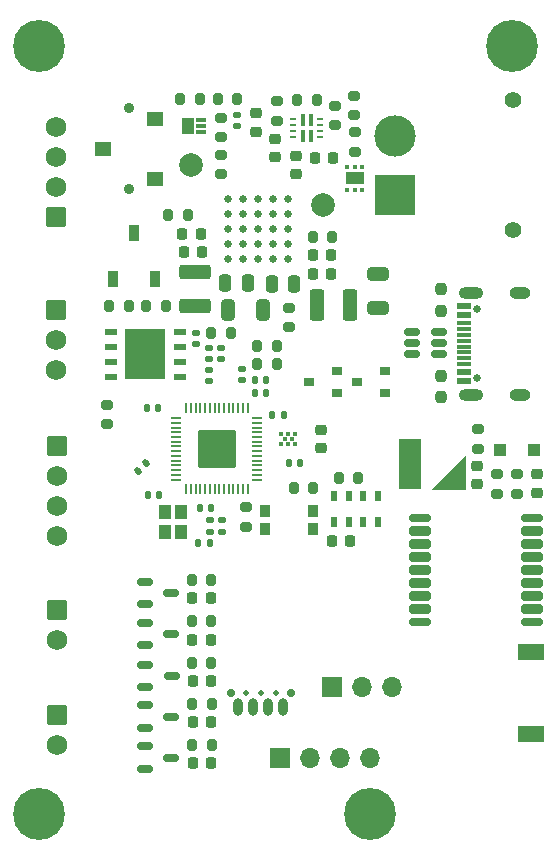
<source format=gts>
%TF.GenerationSoftware,KiCad,Pcbnew,7.0.5-0*%
%TF.CreationDate,2024-02-07T21:38:44-05:00*%
%TF.ProjectId,GHOUL-2024-0,47484f55-4c2d-4323-9032-342d302e6b69,rev?*%
%TF.SameCoordinates,Original*%
%TF.FileFunction,Soldermask,Top*%
%TF.FilePolarity,Negative*%
%FSLAX46Y46*%
G04 Gerber Fmt 4.6, Leading zero omitted, Abs format (unit mm)*
G04 Created by KiCad (PCBNEW 7.0.5-0) date 2024-02-07 21:38:44*
%MOMM*%
%LPD*%
G01*
G04 APERTURE LIST*
G04 Aperture macros list*
%AMRoundRect*
0 Rectangle with rounded corners*
0 $1 Rounding radius*
0 $2 $3 $4 $5 $6 $7 $8 $9 X,Y pos of 4 corners*
0 Add a 4 corners polygon primitive as box body*
4,1,4,$2,$3,$4,$5,$6,$7,$8,$9,$2,$3,0*
0 Add four circle primitives for the rounded corners*
1,1,$1+$1,$2,$3*
1,1,$1+$1,$4,$5*
1,1,$1+$1,$6,$7*
1,1,$1+$1,$8,$9*
0 Add four rect primitives between the rounded corners*
20,1,$1+$1,$2,$3,$4,$5,0*
20,1,$1+$1,$4,$5,$6,$7,0*
20,1,$1+$1,$6,$7,$8,$9,0*
20,1,$1+$1,$8,$9,$2,$3,0*%
G04 Aperture macros list end*
%ADD10C,0.000100*%
%ADD11RoundRect,0.200000X0.275000X-0.200000X0.275000X0.200000X-0.275000X0.200000X-0.275000X-0.200000X0*%
%ADD12R,0.399999X1.050000*%
%ADD13R,0.599999X0.200000*%
%ADD14RoundRect,0.225000X0.225000X0.250000X-0.225000X0.250000X-0.225000X-0.250000X0.225000X-0.250000X0*%
%ADD15RoundRect,0.200000X-0.275000X0.200000X-0.275000X-0.200000X0.275000X-0.200000X0.275000X0.200000X0*%
%ADD16RoundRect,0.200000X0.200000X0.275000X-0.200000X0.275000X-0.200000X-0.275000X0.200000X-0.275000X0*%
%ADD17RoundRect,0.140000X-0.140000X-0.170000X0.140000X-0.170000X0.140000X0.170000X-0.140000X0.170000X0*%
%ADD18RoundRect,0.218750X-0.218750X-0.256250X0.218750X-0.256250X0.218750X0.256250X-0.218750X0.256250X0*%
%ADD19C,4.400000*%
%ADD20C,0.650000*%
%ADD21R,1.150000X0.600000*%
%ADD22R,1.150000X0.300000*%
%ADD23O,2.100000X1.000000*%
%ADD24O,1.800000X1.000000*%
%ADD25RoundRect,0.250000X0.250000X0.475000X-0.250000X0.475000X-0.250000X-0.475000X0.250000X-0.475000X0*%
%ADD26RoundRect,0.140000X0.140000X0.170000X-0.140000X0.170000X-0.140000X-0.170000X0.140000X-0.170000X0*%
%ADD27RoundRect,0.225000X-0.225000X-0.250000X0.225000X-0.250000X0.225000X0.250000X-0.225000X0.250000X0*%
%ADD28RoundRect,0.225000X-0.250000X0.225000X-0.250000X-0.225000X0.250000X-0.225000X0.250000X0.225000X0*%
%ADD29RoundRect,0.200000X-0.200000X-0.275000X0.200000X-0.275000X0.200000X0.275000X-0.200000X0.275000X0*%
%ADD30RoundRect,0.250000X0.375000X1.075000X-0.375000X1.075000X-0.375000X-1.075000X0.375000X-1.075000X0*%
%ADD31R,0.900000X0.800000*%
%ADD32RoundRect,0.250000X0.650000X-0.325000X0.650000X0.325000X-0.650000X0.325000X-0.650000X-0.325000X0*%
%ADD33RoundRect,0.140000X-0.021213X0.219203X-0.219203X0.021213X0.021213X-0.219203X0.219203X-0.021213X0*%
%ADD34RoundRect,0.250000X1.075000X-0.375000X1.075000X0.375000X-1.075000X0.375000X-1.075000X-0.375000X0*%
%ADD35RoundRect,0.140000X0.170000X-0.140000X0.170000X0.140000X-0.170000X0.140000X-0.170000X-0.140000X0*%
%ADD36RoundRect,0.150000X-0.512500X-0.150000X0.512500X-0.150000X0.512500X0.150000X-0.512500X0.150000X0*%
%ADD37R,2.259800X1.362800*%
%ADD38R,1.100000X0.500000*%
%ADD39R,3.400000X4.300000*%
%ADD40R,1.700000X1.700000*%
%ADD41O,1.700000X1.700000*%
%ADD42RoundRect,0.250000X-0.325000X-0.650000X0.325000X-0.650000X0.325000X0.650000X-0.325000X0.650000X0*%
%ADD43RoundRect,0.250000X-0.250000X-0.475000X0.250000X-0.475000X0.250000X0.475000X-0.250000X0.475000X0*%
%ADD44C,0.660400*%
%ADD45RoundRect,0.250000X-0.620000X0.620000X-0.620000X-0.620000X0.620000X-0.620000X0.620000X0.620000X0*%
%ADD46C,1.740000*%
%ADD47R,0.900000X1.000000*%
%ADD48R,0.550000X0.950000*%
%ADD49RoundRect,0.140000X-0.170000X0.140000X-0.170000X-0.140000X0.170000X-0.140000X0.170000X0.140000X0*%
%ADD50C,2.000000*%
%ADD51C,1.400000*%
%ADD52R,3.500000X3.500000*%
%ADD53C,3.500000*%
%ADD54C,0.404000*%
%ADD55RoundRect,0.050000X-0.387500X-0.050000X0.387500X-0.050000X0.387500X0.050000X-0.387500X0.050000X0*%
%ADD56RoundRect,0.050000X-0.050000X-0.387500X0.050000X-0.387500X0.050000X0.387500X-0.050000X0.387500X0*%
%ADD57RoundRect,0.144000X-1.456000X-1.456000X1.456000X-1.456000X1.456000X1.456000X-1.456000X1.456000X0*%
%ADD58RoundRect,0.237500X0.237500X-0.250000X0.237500X0.250000X-0.237500X0.250000X-0.237500X-0.250000X0*%
%ADD59RoundRect,0.102000X-0.850000X2.050000X-0.850000X-2.050000X0.850000X-2.050000X0.850000X2.050000X0*%
%ADD60RoundRect,0.250000X-0.300000X-0.300000X0.300000X-0.300000X0.300000X0.300000X-0.300000X0.300000X0*%
%ADD61C,0.700000*%
%ADD62C,0.500000*%
%ADD63O,0.800000X1.500000*%
%ADD64R,1.000000X1.150000*%
%ADD65R,0.811200X1.406398*%
%ADD66R,0.804800X0.300000*%
%ADD67R,1.050000X1.400000*%
%ADD68C,0.889000*%
%ADD69R,1.397000X1.193800*%
%ADD70RoundRect,0.175000X-0.725000X-0.175000X0.725000X-0.175000X0.725000X0.175000X-0.725000X0.175000X0*%
%ADD71RoundRect,0.200000X-0.700000X-0.200000X0.700000X-0.200000X0.700000X0.200000X-0.700000X0.200000X0*%
%ADD72R,0.299999X0.449999*%
%ADD73R,1.599999X1.000000*%
%ADD74RoundRect,0.250000X0.620000X-0.620000X0.620000X0.620000X-0.620000X0.620000X-0.620000X-0.620000X0*%
G04 APERTURE END LIST*
%TO.C,BT2*%
D10*
X172700000Y-122010000D02*
X169900000Y-122010000D01*
X172700000Y-119210000D01*
X172700000Y-122010000D01*
G36*
X172700000Y-122010000D02*
G01*
X169900000Y-122010000D01*
X172700000Y-119210000D01*
X172700000Y-122010000D01*
G37*
%TD*%
D11*
%TO.C,R26*%
X151980000Y-95355000D03*
X151980000Y-93705000D03*
%TD*%
%TO.C,R2*%
X154130000Y-125195000D03*
X154130000Y-123545000D03*
%TD*%
D12*
%TO.C,U4*%
X158925002Y-92115000D03*
X159625001Y-92115000D03*
D13*
X160400000Y-92190001D03*
X160400000Y-91690000D03*
X160400000Y-91190000D03*
X160400000Y-90689999D03*
D12*
X159625001Y-90765000D03*
X158925002Y-90765000D03*
D13*
X158100002Y-90689999D03*
X158100002Y-91190000D03*
X158100002Y-91690000D03*
X158100002Y-92190001D03*
%TD*%
D14*
%TO.C,C29*%
X162945000Y-126380000D03*
X161395000Y-126380000D03*
%TD*%
D15*
%TO.C,R25*%
X177080000Y-120745000D03*
X177080000Y-122395000D03*
%TD*%
D16*
%TO.C,R22*%
X149215000Y-98820000D03*
X147565000Y-98820000D03*
%TD*%
D17*
%TO.C,C13*%
X157750000Y-119770000D03*
X158710000Y-119770000D03*
%TD*%
D18*
%TO.C,D6*%
X149590000Y-134760000D03*
X151165000Y-134760000D03*
%TD*%
D19*
%TO.C,H4*%
X176630000Y-84470000D03*
%TD*%
D11*
%TO.C,R10*%
X163320000Y-90345000D03*
X163320000Y-88695000D03*
%TD*%
D20*
%TO.C,J1*%
X173675000Y-112570000D03*
X173675000Y-106790000D03*
D21*
X172600000Y-112880000D03*
X172600000Y-112080000D03*
D22*
X172600000Y-110930000D03*
X172600000Y-109930000D03*
X172600000Y-109430000D03*
X172600000Y-108430000D03*
D21*
X172600000Y-107280000D03*
X172600000Y-106480000D03*
X172600000Y-106480000D03*
X172600000Y-107280000D03*
D22*
X172600000Y-107930000D03*
X172600000Y-108930000D03*
X172600000Y-110430000D03*
X172600000Y-111430000D03*
D21*
X172600000Y-112080000D03*
X172600000Y-112880000D03*
D23*
X173175000Y-114000000D03*
D24*
X177355000Y-114000000D03*
D23*
X173175000Y-105360000D03*
D24*
X177355000Y-105360000D03*
%TD*%
D25*
%TO.C,C25*%
X158210000Y-104610000D03*
X156310000Y-104610000D03*
%TD*%
D18*
%TO.C,D1*%
X149590000Y-131250000D03*
X151165000Y-131250000D03*
%TD*%
D26*
%TO.C,C8*%
X146710000Y-115120000D03*
X145750000Y-115120000D03*
%TD*%
D19*
%TO.C,H3*%
X164630000Y-149470000D03*
%TD*%
D27*
%TO.C,C28*%
X159795000Y-103830000D03*
X161345000Y-103830000D03*
%TD*%
D28*
%TO.C,C37*%
X173730000Y-120035000D03*
X173730000Y-121585000D03*
%TD*%
D29*
%TO.C,R18*%
X158185000Y-121870000D03*
X159835000Y-121870000D03*
%TD*%
D28*
%TO.C,C23*%
X160460000Y-116965000D03*
X160460000Y-118515000D03*
%TD*%
D15*
%TO.C,R24*%
X175420000Y-120745000D03*
X175420000Y-122395000D03*
%TD*%
D29*
%TO.C,R30*%
X149582500Y-140210000D03*
X151232500Y-140210000D03*
%TD*%
D28*
%TO.C,C35*%
X178770000Y-120765000D03*
X178770000Y-122315000D03*
%TD*%
D30*
%TO.C,L2*%
X162910000Y-106440000D03*
X160110000Y-106440000D03*
%TD*%
D31*
%TO.C,Q6*%
X161830000Y-113870000D03*
X161830000Y-111970000D03*
X159430000Y-112920000D03*
%TD*%
D18*
%TO.C,D5*%
X149630000Y-141760000D03*
X151205000Y-141760000D03*
%TD*%
D29*
%TO.C,R29*%
X149572500Y-143690000D03*
X151222500Y-143690000D03*
%TD*%
D17*
%TO.C,C12*%
X154900000Y-113870000D03*
X155860000Y-113870000D03*
%TD*%
%TO.C,C3*%
X150100000Y-126570000D03*
X151060000Y-126570000D03*
%TD*%
D32*
%TO.C,C27*%
X165340000Y-106705000D03*
X165340000Y-103755000D03*
%TD*%
D33*
%TO.C,C7*%
X145630000Y-119770000D03*
X144951178Y-120448822D03*
%TD*%
D19*
%TO.C,H2*%
X136630000Y-149470000D03*
%TD*%
D14*
%TO.C,C32*%
X150305000Y-100370000D03*
X148755000Y-100370000D03*
%TD*%
D34*
%TO.C,L1*%
X149810000Y-106460000D03*
X149810000Y-103660000D03*
%TD*%
D35*
%TO.C,C4*%
X151010000Y-112880000D03*
X151010000Y-111920000D03*
%TD*%
D11*
%TO.C,R21*%
X157800000Y-108295000D03*
X157800000Y-106645000D03*
%TD*%
D14*
%TO.C,C10*%
X161505001Y-93934999D03*
X159955001Y-93934999D03*
%TD*%
D11*
%TO.C,R9*%
X163330001Y-93439999D03*
X163330001Y-91789999D03*
%TD*%
D36*
%TO.C,Q1*%
X145550000Y-129830000D03*
X145550000Y-131730000D03*
X147825000Y-130780000D03*
%TD*%
D17*
%TO.C,C15*%
X156360000Y-115700000D03*
X157320000Y-115700000D03*
%TD*%
D37*
%TO.C,AE1*%
X178230000Y-135827299D03*
X178230000Y-142752701D03*
%TD*%
D36*
%TO.C,U3*%
X168182500Y-108660000D03*
X168182500Y-109610000D03*
X168182500Y-110560000D03*
X170457500Y-110560000D03*
X170457500Y-109610000D03*
X170457500Y-108660000D03*
%TD*%
D29*
%TO.C,R23*%
X159765000Y-100680000D03*
X161415000Y-100680000D03*
%TD*%
D38*
%TO.C,U5*%
X142720000Y-108695000D03*
X142720000Y-109965000D03*
X142720000Y-111235000D03*
X142720000Y-112505000D03*
X148520000Y-112505000D03*
X148520000Y-111235000D03*
X148520000Y-109965000D03*
X148520000Y-108695000D03*
D39*
X145620000Y-110600000D03*
%TD*%
D40*
%TO.C,J10*%
X156980000Y-144770000D03*
D41*
X159520000Y-144770000D03*
X162060000Y-144770000D03*
X164600000Y-144770000D03*
%TD*%
D42*
%TO.C,C24*%
X152595000Y-106830000D03*
X155545000Y-106830000D03*
%TD*%
D16*
%TO.C,R16*%
X150215699Y-89000000D03*
X148565699Y-89000000D03*
%TD*%
D43*
%TO.C,C26*%
X152395000Y-104540000D03*
X154295000Y-104540000D03*
%TD*%
D44*
%TO.C,U10*%
X152600000Y-102560000D03*
X152600000Y-101290000D03*
X152600000Y-100020000D03*
X152600000Y-98750000D03*
X152600000Y-97480000D03*
X153870000Y-102560000D03*
X153870000Y-101290000D03*
X153870000Y-100020000D03*
X153870000Y-98750000D03*
X153870000Y-97480000D03*
X155140000Y-102560000D03*
X155140000Y-101290000D03*
X155140000Y-100020000D03*
X155140000Y-98750000D03*
X155140000Y-97480000D03*
X156410000Y-102560000D03*
X156410000Y-101290000D03*
X156410000Y-100020000D03*
X156410000Y-98750000D03*
X156410000Y-97480000D03*
X157680000Y-102560000D03*
X157680000Y-101290000D03*
X157680000Y-100020000D03*
X157680000Y-98750000D03*
X157680000Y-97480000D03*
%TD*%
D18*
%TO.C,D3*%
X149607500Y-138280000D03*
X151182500Y-138280000D03*
%TD*%
D29*
%TO.C,R31*%
X149552500Y-133190000D03*
X151202500Y-133190000D03*
%TD*%
D16*
%TO.C,R14*%
X144225000Y-106480000D03*
X142575000Y-106480000D03*
%TD*%
D15*
%TO.C,R7*%
X161710000Y-89535000D03*
X161710000Y-91185000D03*
%TD*%
D45*
%TO.C,J7*%
X138130000Y-132230000D03*
D46*
X138130000Y-134770000D03*
%TD*%
D47*
%TO.C,B1*%
X155720000Y-123820000D03*
X159820000Y-123820000D03*
X155720000Y-125420000D03*
X159820000Y-125420000D03*
%TD*%
D45*
%TO.C,J8*%
X138130000Y-141130000D03*
D46*
X138130000Y-143670000D03*
%TD*%
D35*
%TO.C,C14*%
X152040000Y-110980000D03*
X152040000Y-110020000D03*
%TD*%
D16*
%TO.C,R8*%
X160125000Y-89070000D03*
X158475000Y-89070000D03*
%TD*%
D17*
%TO.C,C6*%
X154880000Y-112790000D03*
X155840000Y-112790000D03*
%TD*%
D48*
%TO.C,U9*%
X161575000Y-124775000D03*
X162825000Y-124775000D03*
X164075000Y-124775000D03*
X165325000Y-124775000D03*
X165325000Y-122625000D03*
X164075000Y-122625000D03*
X162825000Y-122625000D03*
X161575000Y-122625000D03*
%TD*%
D26*
%TO.C,C2*%
X146760000Y-122460000D03*
X145800000Y-122460000D03*
%TD*%
D16*
%TO.C,R5*%
X156745000Y-109870000D03*
X155095000Y-109870000D03*
%TD*%
D49*
%TO.C,C19*%
X153370699Y-90310000D03*
X153370699Y-91270000D03*
%TD*%
D29*
%TO.C,R20*%
X151205000Y-108780000D03*
X152855000Y-108780000D03*
%TD*%
D45*
%TO.C,J6*%
X138040000Y-106810000D03*
D46*
X138040000Y-109350000D03*
X138040000Y-111890000D03*
%TD*%
D50*
%TO.C,TP1*%
X149440000Y-94540000D03*
%TD*%
D28*
%TO.C,C9*%
X158340000Y-93805000D03*
X158340000Y-95355000D03*
%TD*%
D17*
%TO.C,R1*%
X150250000Y-123620000D03*
X151210000Y-123620000D03*
%TD*%
D36*
%TO.C,Q4*%
X145550000Y-140320000D03*
X145550000Y-142220000D03*
X147825000Y-141270000D03*
%TD*%
D29*
%TO.C,R27*%
X149550000Y-136720000D03*
X151200000Y-136720000D03*
%TD*%
D49*
%TO.C,C18*%
X151080000Y-124640000D03*
X151080000Y-125600000D03*
%TD*%
D51*
%TO.C,BT1*%
X176765000Y-89090000D03*
X176765000Y-100090000D03*
D52*
X166765000Y-97090000D03*
D53*
X166765000Y-92090000D03*
%TD*%
D54*
%TO.C,U8*%
X157121268Y-118170000D03*
X157121268Y-117370000D03*
X157421268Y-117770000D03*
X157721268Y-118170000D03*
X157721268Y-117370000D03*
X158021268Y-117770000D03*
X158321268Y-118170000D03*
X158321268Y-117370000D03*
%TD*%
D16*
%TO.C,R12*%
X147325000Y-106460000D03*
X145675000Y-106460000D03*
%TD*%
D36*
%TO.C,Q5*%
X145550000Y-133320000D03*
X145550000Y-135220000D03*
X147825000Y-134270000D03*
%TD*%
%TO.C,Q3*%
X145550000Y-143780000D03*
X145550000Y-145680000D03*
X147825000Y-144730000D03*
%TD*%
D11*
%TO.C,R32*%
X142330000Y-116495000D03*
X142330000Y-114845000D03*
%TD*%
D16*
%TO.C,R6*%
X156745000Y-111420000D03*
X155095000Y-111420000D03*
%TD*%
D55*
%TO.C,U1*%
X148232500Y-115990000D03*
X148232500Y-116390000D03*
X148232500Y-116790000D03*
X148232500Y-117190000D03*
X148232500Y-117590000D03*
X148232500Y-117990000D03*
X148232500Y-118390000D03*
X148232500Y-118790000D03*
X148232500Y-119190000D03*
X148232500Y-119590000D03*
X148232500Y-119990000D03*
X148232500Y-120390000D03*
X148232500Y-120790000D03*
X148232500Y-121190000D03*
D56*
X149070000Y-122027500D03*
X149470000Y-122027500D03*
X149870000Y-122027500D03*
X150270000Y-122027500D03*
X150670000Y-122027500D03*
X151070000Y-122027500D03*
X151470000Y-122027500D03*
X151870000Y-122027500D03*
X152270000Y-122027500D03*
X152670000Y-122027500D03*
X153070000Y-122027500D03*
X153470000Y-122027500D03*
X153870000Y-122027500D03*
X154270000Y-122027500D03*
D55*
X155107500Y-121190000D03*
X155107500Y-120790000D03*
X155107500Y-120390000D03*
X155107500Y-119990000D03*
X155107500Y-119590000D03*
X155107500Y-119190000D03*
X155107500Y-118790000D03*
X155107500Y-118390000D03*
X155107500Y-117990000D03*
X155107500Y-117590000D03*
X155107500Y-117190000D03*
X155107500Y-116790000D03*
X155107500Y-116390000D03*
X155107500Y-115990000D03*
D56*
X154270000Y-115152500D03*
X153870000Y-115152500D03*
X153470000Y-115152500D03*
X153070000Y-115152500D03*
X152670000Y-115152500D03*
X152270000Y-115152500D03*
X151870000Y-115152500D03*
X151470000Y-115152500D03*
X151070000Y-115152500D03*
X150670000Y-115152500D03*
X150270000Y-115152500D03*
X149870000Y-115152500D03*
X149470000Y-115152500D03*
X149070000Y-115152500D03*
D57*
X151670000Y-118590000D03*
%TD*%
D58*
%TO.C,R3*%
X170620000Y-114242500D03*
X170620000Y-112417500D03*
%TD*%
D59*
%TO.C,BT2*%
X168050000Y-119860000D03*
%TD*%
D15*
%TO.C,R28*%
X173780000Y-116950000D03*
X173780000Y-118600000D03*
%TD*%
D60*
%TO.C,D2*%
X175680000Y-118730000D03*
X178480000Y-118730000D03*
%TD*%
D19*
%TO.C,H1*%
X136630000Y-84470000D03*
%TD*%
D36*
%TO.C,Q2*%
X145560000Y-136870000D03*
X145560000Y-138770000D03*
X147835000Y-137820000D03*
%TD*%
D11*
%TO.C,R13*%
X156750000Y-90825000D03*
X156750000Y-89175000D03*
%TD*%
D50*
%TO.C,TP2*%
X160690000Y-97950000D03*
%TD*%
D35*
%TO.C,C5*%
X153760000Y-112780000D03*
X153760000Y-111820000D03*
%TD*%
D18*
%TO.C,D4*%
X149610000Y-145230000D03*
X151185000Y-145230000D03*
%TD*%
D35*
%TO.C,C11*%
X151020000Y-110980000D03*
X151020000Y-110020000D03*
%TD*%
D14*
%TO.C,C30*%
X150415000Y-101920000D03*
X148865000Y-101920000D03*
%TD*%
D27*
%TO.C,C31*%
X159795000Y-102210000D03*
X161345000Y-102210000D03*
%TD*%
D45*
%TO.C,J9*%
X138130000Y-118380000D03*
D46*
X138130000Y-120920000D03*
X138130000Y-123460000D03*
X138130000Y-126000000D03*
%TD*%
D61*
%TO.C,J3*%
X152830000Y-139300000D03*
D62*
X154100000Y-139300000D03*
X155370000Y-139300000D03*
X156640000Y-139300000D03*
D61*
X157910000Y-139300000D03*
D63*
X157275000Y-140455000D03*
X156005000Y-140455000D03*
X154735000Y-140455000D03*
X153465000Y-140455000D03*
%TD*%
D31*
%TO.C,Q7*%
X165930000Y-113870000D03*
X165930000Y-111970000D03*
X163530000Y-112920000D03*
%TD*%
D64*
%TO.C,Y1*%
X148640000Y-125655000D03*
X148640000Y-123905000D03*
X147240000Y-123905000D03*
X147240000Y-125655000D03*
%TD*%
D49*
%TO.C,C20*%
X149900000Y-108790000D03*
X149900000Y-109750000D03*
%TD*%
%TO.C,C1*%
X152130000Y-124640000D03*
X152130000Y-125600000D03*
%TD*%
D29*
%TO.C,R11*%
X149562500Y-129700000D03*
X151212500Y-129700000D03*
%TD*%
D65*
%TO.C,SW1*%
X142899998Y-104207200D03*
X146400002Y-104207200D03*
X144650000Y-100322600D03*
%TD*%
D16*
%TO.C,R15*%
X153375699Y-89000000D03*
X151725699Y-89000000D03*
%TD*%
D28*
%TO.C,C17*%
X154970000Y-90195000D03*
X154970000Y-91745000D03*
%TD*%
D66*
%TO.C,U6*%
X150355501Y-91789999D03*
X150355501Y-91290000D03*
X150355501Y-90790001D03*
D67*
X149228100Y-91290000D03*
%TD*%
D68*
%TO.C,SW2*%
X144228100Y-96569998D03*
X144228100Y-89770002D03*
D69*
X146428101Y-95710000D03*
X142028102Y-93170000D03*
X146428101Y-90630000D03*
%TD*%
D70*
%TO.C,U11*%
X168830000Y-124480000D03*
D71*
X168830000Y-125580000D03*
X168830000Y-126680000D03*
X168830000Y-127780000D03*
X168830000Y-128880000D03*
X168830000Y-129980000D03*
X168830000Y-131080000D03*
X168830000Y-132180000D03*
D70*
X168830000Y-133280000D03*
X178330000Y-133280000D03*
D71*
X178330000Y-132180000D03*
X178330000Y-131080000D03*
X178330000Y-129980000D03*
X178330000Y-128880000D03*
X178330000Y-127780000D03*
X178330000Y-126680000D03*
X178330000Y-125580000D03*
D70*
X178330000Y-124480000D03*
%TD*%
D58*
%TO.C,R4*%
X170670000Y-106922500D03*
X170670000Y-105097500D03*
%TD*%
D72*
%TO.C,U2*%
X162690000Y-96669998D03*
X163340001Y-96669998D03*
X163990000Y-96669998D03*
X163990000Y-94720000D03*
X163340001Y-94720000D03*
X162690000Y-94720000D03*
D73*
X163340001Y-95694999D03*
%TD*%
D28*
%TO.C,C16*%
X156550000Y-92325000D03*
X156550000Y-93875000D03*
%TD*%
D16*
%TO.C,R19*%
X163635000Y-121090000D03*
X161985000Y-121090000D03*
%TD*%
D40*
%TO.C,J4*%
X161420000Y-138740000D03*
D41*
X163960000Y-138740000D03*
X166500000Y-138740000D03*
%TD*%
D15*
%TO.C,R17*%
X151980699Y-90545000D03*
X151980699Y-92195000D03*
%TD*%
D74*
%TO.C,J5*%
X138080000Y-98930000D03*
D46*
X138080000Y-96390000D03*
X138080000Y-93850000D03*
X138080000Y-91310000D03*
%TD*%
M02*

</source>
